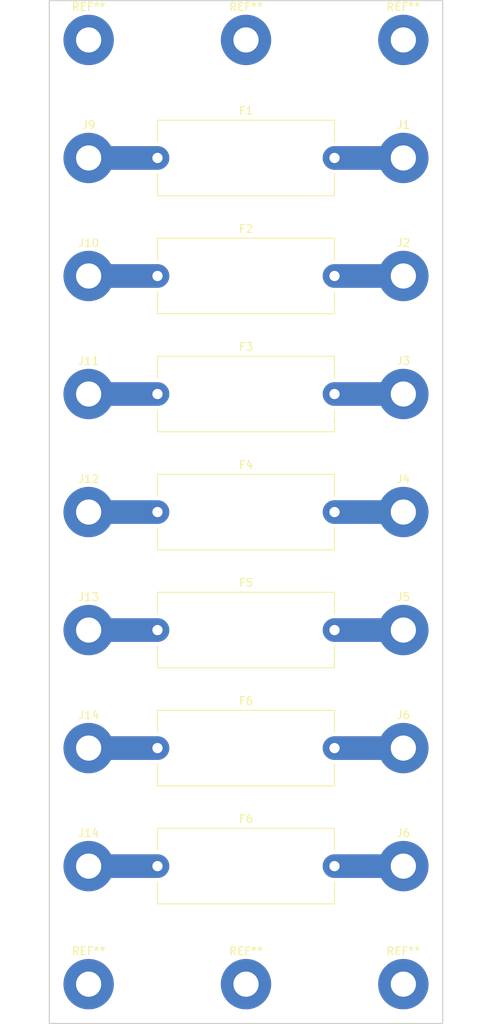
<source format=kicad_pcb>
(kicad_pcb (version 20171130) (host pcbnew 5.0.2+dfsg1-1)

  (general
    (thickness 1.6)
    (drawings 4)
    (tracks 28)
    (zones 0)
    (modules 27)
    (nets 13)
  )

  (page A4)
  (layers
    (0 F.Cu signal)
    (31 B.Cu signal)
    (32 B.Adhes user)
    (33 F.Adhes user)
    (34 B.Paste user)
    (35 F.Paste user)
    (36 B.SilkS user)
    (37 F.SilkS user)
    (38 B.Mask user)
    (39 F.Mask user)
    (40 Dwgs.User user)
    (41 Cmts.User user)
    (42 Eco1.User user)
    (43 Eco2.User user)
    (44 Edge.Cuts user)
    (45 Margin user)
    (46 B.CrtYd user)
    (47 F.CrtYd user)
    (48 B.Fab user)
    (49 F.Fab user)
  )

  (setup
    (last_trace_width 3)
    (trace_clearance 0.2)
    (zone_clearance 0.508)
    (zone_45_only no)
    (trace_min 0.2)
    (segment_width 0.2)
    (edge_width 0.15)
    (via_size 0.8)
    (via_drill 0.4)
    (via_min_size 0.4)
    (via_min_drill 0.3)
    (uvia_size 0.3)
    (uvia_drill 0.1)
    (uvias_allowed no)
    (uvia_min_size 0.2)
    (uvia_min_drill 0.1)
    (pcb_text_width 0.3)
    (pcb_text_size 1.5 1.5)
    (mod_edge_width 0.15)
    (mod_text_size 1 1)
    (mod_text_width 0.15)
    (pad_size 1.524 1.524)
    (pad_drill 0.762)
    (pad_to_mask_clearance 0.051)
    (solder_mask_min_width 0.25)
    (aux_axis_origin 0 0)
    (visible_elements FFFFFF7F)
    (pcbplotparams
      (layerselection 0x010fc_ffffffff)
      (usegerberextensions false)
      (usegerberattributes false)
      (usegerberadvancedattributes false)
      (creategerberjobfile false)
      (excludeedgelayer true)
      (linewidth 0.100000)
      (plotframeref false)
      (viasonmask false)
      (mode 1)
      (useauxorigin false)
      (hpglpennumber 1)
      (hpglpenspeed 20)
      (hpglpendiameter 15.000000)
      (psnegative false)
      (psa4output false)
      (plotreference true)
      (plotvalue true)
      (plotinvisibletext false)
      (padsonsilk false)
      (subtractmaskfromsilk false)
      (outputformat 1)
      (mirror false)
      (drillshape 1)
      (scaleselection 1)
      (outputdirectory ""))
  )

  (net 0 "")
  (net 1 "Net-(F1-Pad2)")
  (net 2 "Net-(F1-Pad1)")
  (net 3 "Net-(F2-Pad1)")
  (net 4 "Net-(F2-Pad2)")
  (net 5 "Net-(F3-Pad1)")
  (net 6 "Net-(F3-Pad2)")
  (net 7 "Net-(F4-Pad2)")
  (net 8 "Net-(F4-Pad1)")
  (net 9 "Net-(F5-Pad2)")
  (net 10 "Net-(F5-Pad1)")
  (net 11 "Net-(F6-Pad2)")
  (net 12 "Net-(F6-Pad1)")

  (net_class Default "Это класс цепей по умолчанию."
    (clearance 0.2)
    (trace_width 3)
    (via_dia 0.8)
    (via_drill 0.4)
    (uvia_dia 0.3)
    (uvia_drill 0.1)
    (add_net "Net-(F1-Pad1)")
    (add_net "Net-(F1-Pad2)")
    (add_net "Net-(F2-Pad1)")
    (add_net "Net-(F2-Pad2)")
    (add_net "Net-(F3-Pad1)")
    (add_net "Net-(F3-Pad2)")
    (add_net "Net-(F4-Pad1)")
    (add_net "Net-(F4-Pad2)")
    (add_net "Net-(F5-Pad1)")
    (add_net "Net-(F5-Pad2)")
    (add_net "Net-(F6-Pad1)")
    (add_net "Net-(F6-Pad2)")
  )

  (module MountingHole:MountingHole_3.2mm_M3_Pad (layer F.Cu) (tedit 56D1B4CB) (tstamp 5DF3ADB3)
    (at 40 125)
    (descr "Mounting Hole 3.2mm, M3")
    (tags "mounting hole 3.2mm m3")
    (path /5DDB20FA)
    (attr virtual)
    (fp_text reference J14 (at 0 -4.2) (layer F.SilkS)
      (effects (font (size 1 1) (thickness 0.15)))
    )
    (fp_text value Conn_01x01 (at 0 4.2) (layer F.Fab)
      (effects (font (size 1 1) (thickness 0.15)))
    )
    (fp_text user %R (at 0.3 0) (layer F.Fab)
      (effects (font (size 1 1) (thickness 0.15)))
    )
    (fp_circle (center 0 0) (end 3.2 0) (layer Cmts.User) (width 0.15))
    (fp_circle (center 0 0) (end 3.45 0) (layer F.CrtYd) (width 0.05))
    (pad 1 thru_hole circle (at 0 0) (size 6.4 6.4) (drill 3.2) (layers *.Cu *.Mask)
      (net 12 "Net-(F6-Pad1)"))
  )

  (module MountingHole:MountingHole_3.2mm_M3_Pad (layer F.Cu) (tedit 56D1B4CB) (tstamp 5DF3ADAC)
    (at 80 125)
    (descr "Mounting Hole 3.2mm, M3")
    (tags "mounting hole 3.2mm m3")
    (path /5DDB20F4)
    (attr virtual)
    (fp_text reference J6 (at 0 -4.2) (layer F.SilkS)
      (effects (font (size 1 1) (thickness 0.15)))
    )
    (fp_text value Conn_01x01 (at 0 4.2) (layer F.Fab)
      (effects (font (size 1 1) (thickness 0.15)))
    )
    (fp_circle (center 0 0) (end 3.45 0) (layer F.CrtYd) (width 0.05))
    (fp_circle (center 0 0) (end 3.2 0) (layer Cmts.User) (width 0.15))
    (fp_text user %R (at 0.3 0) (layer F.Fab)
      (effects (font (size 1 1) (thickness 0.15)))
    )
    (pad 1 thru_hole circle (at 0 0) (size 6.4 6.4) (drill 3.2) (layers *.Cu *.Mask)
      (net 11 "Net-(F6-Pad2)"))
  )

  (module Fuse:Fuseholder_Cylinder-5x20mm_Schurter_0031_8201_Horizontal_Open (layer F.Cu) (tedit 5A1C8BA4) (tstamp 5DF3AD93)
    (at 48.75 125)
    (descr http://www.schurter.com/var/schurter/storage/ilcatalogue/files/document/datasheet/en/pdf/typ_OGN.pdf)
    (tags "Fuseholder horizontal open 5x20 Schurter 0031.8201")
    (path /5DDB20EE)
    (fp_text reference F6 (at 11.25 -6) (layer F.SilkS)
      (effects (font (size 1 1) (thickness 0.15)))
    )
    (fp_text value Fuse (at 11.25 6) (layer F.Fab)
      (effects (font (size 1 1) (thickness 0.15)))
    )
    (fp_text user %R (at 11.25 4) (layer F.Fab)
      (effects (font (size 1 1) (thickness 0.15)))
    )
    (fp_line (start 0.1 -4.7) (end 0.1 4.7) (layer F.Fab) (width 0.1))
    (fp_line (start 0.1 4.7) (end 22.4 4.7) (layer F.Fab) (width 0.1))
    (fp_line (start 22.4 4.7) (end 22.4 -4.7) (layer F.Fab) (width 0.1))
    (fp_line (start 22.4 -4.7) (end 0.1 -4.7) (layer F.Fab) (width 0.1))
    (fp_line (start -0.25 5.05) (end -0.25 1.95) (layer F.CrtYd) (width 0.05))
    (fp_line (start 22.5 4.8) (end 22.5 2) (layer F.SilkS) (width 0.12))
    (fp_line (start 22.5 -2) (end 22.5 -4.8) (layer F.SilkS) (width 0.12))
    (fp_line (start 0 -2) (end 0 -4.8) (layer F.SilkS) (width 0.12))
    (fp_line (start 0 -4.8) (end 22.5 -4.8) (layer F.SilkS) (width 0.12))
    (fp_line (start 22.75 5.05) (end -0.25 5.05) (layer F.CrtYd) (width 0.05))
    (fp_line (start -0.25 -5.05) (end 22.75 -5.05) (layer F.CrtYd) (width 0.05))
    (fp_line (start 0 4.8) (end 22.5 4.8) (layer F.SilkS) (width 0.12))
    (fp_line (start -0.25 -1.95) (end -0.25 -5.05) (layer F.CrtYd) (width 0.05))
    (fp_line (start 22.75 -1.95) (end 22.75 -5.05) (layer F.CrtYd) (width 0.05))
    (fp_line (start 22.75 1.95) (end 22.75 5.05) (layer F.CrtYd) (width 0.05))
    (fp_line (start 0 4.8) (end 0 2) (layer F.SilkS) (width 0.12))
    (fp_arc (start 22.5 0) (end 22.75 -1.95) (angle 165.3) (layer F.CrtYd) (width 0.05))
    (fp_arc (start 0 0) (end -0.25 1.95) (angle 165.3) (layer F.CrtYd) (width 0.05))
    (pad 1 thru_hole circle (at 0 0) (size 3 3) (drill 1.3) (layers *.Cu *.Mask)
      (net 12 "Net-(F6-Pad1)"))
    (pad 2 thru_hole circle (at 22.5 0) (size 3 3) (drill 1.3) (layers *.Cu *.Mask)
      (net 11 "Net-(F6-Pad2)"))
    (pad "" np_thru_hole circle (at 11.25 0) (size 2.7 2.7) (drill 2.7) (layers *.Cu *.Mask))
    (model ${KISYS3DMOD}/Fuse.3dshapes/Fuseholder_Cylinder-5x20mm_Schurter_0031_8201_Horizontal_Open.wrl
      (at (xyz 0 0 0))
      (scale (xyz 1 1 1))
      (rotate (xyz 0 0 0))
    )
  )

  (module MountingHole:MountingHole_3.2mm_M3_Pad (layer F.Cu) (tedit 56D1B4CB) (tstamp 5DF3AD61)
    (at 80 140)
    (descr "Mounting Hole 3.2mm, M3")
    (tags "mounting hole 3.2mm m3")
    (attr virtual)
    (fp_text reference REF** (at 0 -4.2) (layer F.SilkS)
      (effects (font (size 1 1) (thickness 0.15)))
    )
    (fp_text value MountingHole_3.2mm_M3_Pad (at 0 4.2) (layer F.Fab)
      (effects (font (size 1 1) (thickness 0.15)))
    )
    (fp_text user %R (at 0.3 0) (layer F.Fab)
      (effects (font (size 1 1) (thickness 0.15)))
    )
    (fp_circle (center 0 0) (end 3.2 0) (layer Cmts.User) (width 0.15))
    (fp_circle (center 0 0) (end 3.45 0) (layer F.CrtYd) (width 0.05))
    (pad 1 thru_hole circle (at 0 0) (size 6.4 6.4) (drill 3.2) (layers *.Cu *.Mask))
  )

  (module MountingHole:MountingHole_3.2mm_M3_Pad (layer F.Cu) (tedit 56D1B4CB) (tstamp 5DF3AD5A)
    (at 40 140)
    (descr "Mounting Hole 3.2mm, M3")
    (tags "mounting hole 3.2mm m3")
    (attr virtual)
    (fp_text reference REF** (at 0 -4.2) (layer F.SilkS)
      (effects (font (size 1 1) (thickness 0.15)))
    )
    (fp_text value MountingHole_3.2mm_M3_Pad (at 0 4.2) (layer F.Fab)
      (effects (font (size 1 1) (thickness 0.15)))
    )
    (fp_text user %R (at 0.3 0) (layer F.Fab)
      (effects (font (size 1 1) (thickness 0.15)))
    )
    (fp_circle (center 0 0) (end 3.2 0) (layer Cmts.User) (width 0.15))
    (fp_circle (center 0 0) (end 3.45 0) (layer F.CrtYd) (width 0.05))
    (pad 1 thru_hole circle (at 0 0) (size 6.4 6.4) (drill 3.2) (layers *.Cu *.Mask))
  )

  (module MountingHole:MountingHole_3.2mm_M3_Pad (layer F.Cu) (tedit 56D1B4CB) (tstamp 5DF3AD53)
    (at 60 140)
    (descr "Mounting Hole 3.2mm, M3")
    (tags "mounting hole 3.2mm m3")
    (attr virtual)
    (fp_text reference REF** (at 0 -4.2) (layer F.SilkS)
      (effects (font (size 1 1) (thickness 0.15)))
    )
    (fp_text value MountingHole_3.2mm_M3_Pad (at 0 4.2) (layer F.Fab)
      (effects (font (size 1 1) (thickness 0.15)))
    )
    (fp_text user %R (at 0.3 0) (layer F.Fab)
      (effects (font (size 1 1) (thickness 0.15)))
    )
    (fp_circle (center 0 0) (end 3.2 0) (layer Cmts.User) (width 0.15))
    (fp_circle (center 0 0) (end 3.45 0) (layer F.CrtYd) (width 0.05))
    (pad 1 thru_hole circle (at 0 0) (size 6.4 6.4) (drill 3.2) (layers *.Cu *.Mask))
  )

  (module Fuse:Fuseholder_Cylinder-5x20mm_Schurter_0031_8201_Horizontal_Open (layer F.Cu) (tedit 5A1C8BA4) (tstamp 5DE79F6A)
    (at 48.75 35)
    (descr http://www.schurter.com/var/schurter/storage/ilcatalogue/files/document/datasheet/en/pdf/typ_OGN.pdf)
    (tags "Fuseholder horizontal open 5x20 Schurter 0031.8201")
    (path /5DDB0FCB)
    (fp_text reference F1 (at 11.25 -6) (layer F.SilkS)
      (effects (font (size 1 1) (thickness 0.15)))
    )
    (fp_text value Fuse (at 11.25 6) (layer F.Fab)
      (effects (font (size 1 1) (thickness 0.15)))
    )
    (fp_arc (start 0 0) (end -0.25 1.95) (angle 165.3) (layer F.CrtYd) (width 0.05))
    (fp_arc (start 22.5 0) (end 22.75 -1.95) (angle 165.3) (layer F.CrtYd) (width 0.05))
    (fp_line (start 0 4.8) (end 0 2) (layer F.SilkS) (width 0.12))
    (fp_line (start 22.75 1.95) (end 22.75 5.05) (layer F.CrtYd) (width 0.05))
    (fp_line (start 22.75 -1.95) (end 22.75 -5.05) (layer F.CrtYd) (width 0.05))
    (fp_line (start -0.25 -1.95) (end -0.25 -5.05) (layer F.CrtYd) (width 0.05))
    (fp_line (start 0 4.8) (end 22.5 4.8) (layer F.SilkS) (width 0.12))
    (fp_line (start -0.25 -5.05) (end 22.75 -5.05) (layer F.CrtYd) (width 0.05))
    (fp_line (start 22.75 5.05) (end -0.25 5.05) (layer F.CrtYd) (width 0.05))
    (fp_line (start 0 -4.8) (end 22.5 -4.8) (layer F.SilkS) (width 0.12))
    (fp_line (start 0 -2) (end 0 -4.8) (layer F.SilkS) (width 0.12))
    (fp_line (start 22.5 -2) (end 22.5 -4.8) (layer F.SilkS) (width 0.12))
    (fp_line (start 22.5 4.8) (end 22.5 2) (layer F.SilkS) (width 0.12))
    (fp_line (start -0.25 5.05) (end -0.25 1.95) (layer F.CrtYd) (width 0.05))
    (fp_line (start 22.4 -4.7) (end 0.1 -4.7) (layer F.Fab) (width 0.1))
    (fp_line (start 22.4 4.7) (end 22.4 -4.7) (layer F.Fab) (width 0.1))
    (fp_line (start 0.1 4.7) (end 22.4 4.7) (layer F.Fab) (width 0.1))
    (fp_line (start 0.1 -4.7) (end 0.1 4.7) (layer F.Fab) (width 0.1))
    (fp_text user %R (at 11.25 4) (layer F.Fab)
      (effects (font (size 1 1) (thickness 0.15)))
    )
    (pad "" np_thru_hole circle (at 11.25 0) (size 2.7 2.7) (drill 2.7) (layers *.Cu *.Mask))
    (pad 2 thru_hole circle (at 22.5 0) (size 3 3) (drill 1.3) (layers *.Cu *.Mask)
      (net 1 "Net-(F1-Pad2)"))
    (pad 1 thru_hole circle (at 0 0) (size 3 3) (drill 1.3) (layers *.Cu *.Mask)
      (net 2 "Net-(F1-Pad1)"))
    (model ${KISYS3DMOD}/Fuse.3dshapes/Fuseholder_Cylinder-5x20mm_Schurter_0031_8201_Horizontal_Open.wrl
      (at (xyz 0 0 0))
      (scale (xyz 1 1 1))
      (rotate (xyz 0 0 0))
    )
  )

  (module Fuse:Fuseholder_Cylinder-5x20mm_Schurter_0031_8201_Horizontal_Open (layer F.Cu) (tedit 5A1C8BA4) (tstamp 5DE79F84)
    (at 48.75 50)
    (descr http://www.schurter.com/var/schurter/storage/ilcatalogue/files/document/datasheet/en/pdf/typ_OGN.pdf)
    (tags "Fuseholder horizontal open 5x20 Schurter 0031.8201")
    (path /5DDB12CB)
    (fp_text reference F2 (at 11.25 -6) (layer F.SilkS)
      (effects (font (size 1 1) (thickness 0.15)))
    )
    (fp_text value Fuse (at 11.25 6) (layer F.Fab)
      (effects (font (size 1 1) (thickness 0.15)))
    )
    (fp_text user %R (at 11.25 4) (layer F.Fab)
      (effects (font (size 1 1) (thickness 0.15)))
    )
    (fp_line (start 0.1 -4.7) (end 0.1 4.7) (layer F.Fab) (width 0.1))
    (fp_line (start 0.1 4.7) (end 22.4 4.7) (layer F.Fab) (width 0.1))
    (fp_line (start 22.4 4.7) (end 22.4 -4.7) (layer F.Fab) (width 0.1))
    (fp_line (start 22.4 -4.7) (end 0.1 -4.7) (layer F.Fab) (width 0.1))
    (fp_line (start -0.25 5.05) (end -0.25 1.95) (layer F.CrtYd) (width 0.05))
    (fp_line (start 22.5 4.8) (end 22.5 2) (layer F.SilkS) (width 0.12))
    (fp_line (start 22.5 -2) (end 22.5 -4.8) (layer F.SilkS) (width 0.12))
    (fp_line (start 0 -2) (end 0 -4.8) (layer F.SilkS) (width 0.12))
    (fp_line (start 0 -4.8) (end 22.5 -4.8) (layer F.SilkS) (width 0.12))
    (fp_line (start 22.75 5.05) (end -0.25 5.05) (layer F.CrtYd) (width 0.05))
    (fp_line (start -0.25 -5.05) (end 22.75 -5.05) (layer F.CrtYd) (width 0.05))
    (fp_line (start 0 4.8) (end 22.5 4.8) (layer F.SilkS) (width 0.12))
    (fp_line (start -0.25 -1.95) (end -0.25 -5.05) (layer F.CrtYd) (width 0.05))
    (fp_line (start 22.75 -1.95) (end 22.75 -5.05) (layer F.CrtYd) (width 0.05))
    (fp_line (start 22.75 1.95) (end 22.75 5.05) (layer F.CrtYd) (width 0.05))
    (fp_line (start 0 4.8) (end 0 2) (layer F.SilkS) (width 0.12))
    (fp_arc (start 22.5 0) (end 22.75 -1.95) (angle 165.3) (layer F.CrtYd) (width 0.05))
    (fp_arc (start 0 0) (end -0.25 1.95) (angle 165.3) (layer F.CrtYd) (width 0.05))
    (pad 1 thru_hole circle (at 0 0) (size 3 3) (drill 1.3) (layers *.Cu *.Mask)
      (net 3 "Net-(F2-Pad1)"))
    (pad 2 thru_hole circle (at 22.5 0) (size 3 3) (drill 1.3) (layers *.Cu *.Mask)
      (net 4 "Net-(F2-Pad2)"))
    (pad "" np_thru_hole circle (at 11.25 0) (size 2.7 2.7) (drill 2.7) (layers *.Cu *.Mask))
    (model ${KISYS3DMOD}/Fuse.3dshapes/Fuseholder_Cylinder-5x20mm_Schurter_0031_8201_Horizontal_Open.wrl
      (at (xyz 0 0 0))
      (scale (xyz 1 1 1))
      (rotate (xyz 0 0 0))
    )
  )

  (module Fuse:Fuseholder_Cylinder-5x20mm_Schurter_0031_8201_Horizontal_Open (layer F.Cu) (tedit 5A1C8BA4) (tstamp 5DE79F9E)
    (at 48.75 65)
    (descr http://www.schurter.com/var/schurter/storage/ilcatalogue/files/document/datasheet/en/pdf/typ_OGN.pdf)
    (tags "Fuseholder horizontal open 5x20 Schurter 0031.8201")
    (path /5DDB13D8)
    (fp_text reference F3 (at 11.25 -6) (layer F.SilkS)
      (effects (font (size 1 1) (thickness 0.15)))
    )
    (fp_text value Fuse (at 11.25 6) (layer F.Fab)
      (effects (font (size 1 1) (thickness 0.15)))
    )
    (fp_text user %R (at 11.25 4) (layer F.Fab)
      (effects (font (size 1 1) (thickness 0.15)))
    )
    (fp_line (start 0.1 -4.7) (end 0.1 4.7) (layer F.Fab) (width 0.1))
    (fp_line (start 0.1 4.7) (end 22.4 4.7) (layer F.Fab) (width 0.1))
    (fp_line (start 22.4 4.7) (end 22.4 -4.7) (layer F.Fab) (width 0.1))
    (fp_line (start 22.4 -4.7) (end 0.1 -4.7) (layer F.Fab) (width 0.1))
    (fp_line (start -0.25 5.05) (end -0.25 1.95) (layer F.CrtYd) (width 0.05))
    (fp_line (start 22.5 4.8) (end 22.5 2) (layer F.SilkS) (width 0.12))
    (fp_line (start 22.5 -2) (end 22.5 -4.8) (layer F.SilkS) (width 0.12))
    (fp_line (start 0 -2) (end 0 -4.8) (layer F.SilkS) (width 0.12))
    (fp_line (start 0 -4.8) (end 22.5 -4.8) (layer F.SilkS) (width 0.12))
    (fp_line (start 22.75 5.05) (end -0.25 5.05) (layer F.CrtYd) (width 0.05))
    (fp_line (start -0.25 -5.05) (end 22.75 -5.05) (layer F.CrtYd) (width 0.05))
    (fp_line (start 0 4.8) (end 22.5 4.8) (layer F.SilkS) (width 0.12))
    (fp_line (start -0.25 -1.95) (end -0.25 -5.05) (layer F.CrtYd) (width 0.05))
    (fp_line (start 22.75 -1.95) (end 22.75 -5.05) (layer F.CrtYd) (width 0.05))
    (fp_line (start 22.75 1.95) (end 22.75 5.05) (layer F.CrtYd) (width 0.05))
    (fp_line (start 0 4.8) (end 0 2) (layer F.SilkS) (width 0.12))
    (fp_arc (start 22.5 0) (end 22.75 -1.95) (angle 165.3) (layer F.CrtYd) (width 0.05))
    (fp_arc (start 0 0) (end -0.25 1.95) (angle 165.3) (layer F.CrtYd) (width 0.05))
    (pad 1 thru_hole circle (at 0 0) (size 3 3) (drill 1.3) (layers *.Cu *.Mask)
      (net 5 "Net-(F3-Pad1)"))
    (pad 2 thru_hole circle (at 22.5 0) (size 3 3) (drill 1.3) (layers *.Cu *.Mask)
      (net 6 "Net-(F3-Pad2)"))
    (pad "" np_thru_hole circle (at 11.25 0) (size 2.7 2.7) (drill 2.7) (layers *.Cu *.Mask))
    (model ${KISYS3DMOD}/Fuse.3dshapes/Fuseholder_Cylinder-5x20mm_Schurter_0031_8201_Horizontal_Open.wrl
      (at (xyz 0 0 0))
      (scale (xyz 1 1 1))
      (rotate (xyz 0 0 0))
    )
  )

  (module Fuse:Fuseholder_Cylinder-5x20mm_Schurter_0031_8201_Horizontal_Open (layer F.Cu) (tedit 5A1C8BA4) (tstamp 5DE79FB8)
    (at 48.75 80)
    (descr http://www.schurter.com/var/schurter/storage/ilcatalogue/files/document/datasheet/en/pdf/typ_OGN.pdf)
    (tags "Fuseholder horizontal open 5x20 Schurter 0031.8201")
    (path /5DDB13EC)
    (fp_text reference F4 (at 11.25 -6) (layer F.SilkS)
      (effects (font (size 1 1) (thickness 0.15)))
    )
    (fp_text value Fuse (at 11.25 6) (layer F.Fab)
      (effects (font (size 1 1) (thickness 0.15)))
    )
    (fp_arc (start 0 0) (end -0.25 1.95) (angle 165.3) (layer F.CrtYd) (width 0.05))
    (fp_arc (start 22.5 0) (end 22.75 -1.95) (angle 165.3) (layer F.CrtYd) (width 0.05))
    (fp_line (start 0 4.8) (end 0 2) (layer F.SilkS) (width 0.12))
    (fp_line (start 22.75 1.95) (end 22.75 5.05) (layer F.CrtYd) (width 0.05))
    (fp_line (start 22.75 -1.95) (end 22.75 -5.05) (layer F.CrtYd) (width 0.05))
    (fp_line (start -0.25 -1.95) (end -0.25 -5.05) (layer F.CrtYd) (width 0.05))
    (fp_line (start 0 4.8) (end 22.5 4.8) (layer F.SilkS) (width 0.12))
    (fp_line (start -0.25 -5.05) (end 22.75 -5.05) (layer F.CrtYd) (width 0.05))
    (fp_line (start 22.75 5.05) (end -0.25 5.05) (layer F.CrtYd) (width 0.05))
    (fp_line (start 0 -4.8) (end 22.5 -4.8) (layer F.SilkS) (width 0.12))
    (fp_line (start 0 -2) (end 0 -4.8) (layer F.SilkS) (width 0.12))
    (fp_line (start 22.5 -2) (end 22.5 -4.8) (layer F.SilkS) (width 0.12))
    (fp_line (start 22.5 4.8) (end 22.5 2) (layer F.SilkS) (width 0.12))
    (fp_line (start -0.25 5.05) (end -0.25 1.95) (layer F.CrtYd) (width 0.05))
    (fp_line (start 22.4 -4.7) (end 0.1 -4.7) (layer F.Fab) (width 0.1))
    (fp_line (start 22.4 4.7) (end 22.4 -4.7) (layer F.Fab) (width 0.1))
    (fp_line (start 0.1 4.7) (end 22.4 4.7) (layer F.Fab) (width 0.1))
    (fp_line (start 0.1 -4.7) (end 0.1 4.7) (layer F.Fab) (width 0.1))
    (fp_text user %R (at 11.25 4) (layer F.Fab)
      (effects (font (size 1 1) (thickness 0.15)))
    )
    (pad "" np_thru_hole circle (at 11.25 0) (size 2.7 2.7) (drill 2.7) (layers *.Cu *.Mask))
    (pad 2 thru_hole circle (at 22.5 0) (size 3 3) (drill 1.3) (layers *.Cu *.Mask)
      (net 7 "Net-(F4-Pad2)"))
    (pad 1 thru_hole circle (at 0 0) (size 3 3) (drill 1.3) (layers *.Cu *.Mask)
      (net 8 "Net-(F4-Pad1)"))
    (model ${KISYS3DMOD}/Fuse.3dshapes/Fuseholder_Cylinder-5x20mm_Schurter_0031_8201_Horizontal_Open.wrl
      (at (xyz 0 0 0))
      (scale (xyz 1 1 1))
      (rotate (xyz 0 0 0))
    )
  )

  (module Fuse:Fuseholder_Cylinder-5x20mm_Schurter_0031_8201_Horizontal_Open (layer F.Cu) (tedit 5A1C8BA4) (tstamp 5DE79FD2)
    (at 48.75 95)
    (descr http://www.schurter.com/var/schurter/storage/ilcatalogue/files/document/datasheet/en/pdf/typ_OGN.pdf)
    (tags "Fuseholder horizontal open 5x20 Schurter 0031.8201")
    (path /5DDB20DA)
    (fp_text reference F5 (at 11.25 -6) (layer F.SilkS)
      (effects (font (size 1 1) (thickness 0.15)))
    )
    (fp_text value Fuse (at 11.25 6) (layer F.Fab)
      (effects (font (size 1 1) (thickness 0.15)))
    )
    (fp_arc (start 0 0) (end -0.25 1.95) (angle 165.3) (layer F.CrtYd) (width 0.05))
    (fp_arc (start 22.5 0) (end 22.75 -1.95) (angle 165.3) (layer F.CrtYd) (width 0.05))
    (fp_line (start 0 4.8) (end 0 2) (layer F.SilkS) (width 0.12))
    (fp_line (start 22.75 1.95) (end 22.75 5.05) (layer F.CrtYd) (width 0.05))
    (fp_line (start 22.75 -1.95) (end 22.75 -5.05) (layer F.CrtYd) (width 0.05))
    (fp_line (start -0.25 -1.95) (end -0.25 -5.05) (layer F.CrtYd) (width 0.05))
    (fp_line (start 0 4.8) (end 22.5 4.8) (layer F.SilkS) (width 0.12))
    (fp_line (start -0.25 -5.05) (end 22.75 -5.05) (layer F.CrtYd) (width 0.05))
    (fp_line (start 22.75 5.05) (end -0.25 5.05) (layer F.CrtYd) (width 0.05))
    (fp_line (start 0 -4.8) (end 22.5 -4.8) (layer F.SilkS) (width 0.12))
    (fp_line (start 0 -2) (end 0 -4.8) (layer F.SilkS) (width 0.12))
    (fp_line (start 22.5 -2) (end 22.5 -4.8) (layer F.SilkS) (width 0.12))
    (fp_line (start 22.5 4.8) (end 22.5 2) (layer F.SilkS) (width 0.12))
    (fp_line (start -0.25 5.05) (end -0.25 1.95) (layer F.CrtYd) (width 0.05))
    (fp_line (start 22.4 -4.7) (end 0.1 -4.7) (layer F.Fab) (width 0.1))
    (fp_line (start 22.4 4.7) (end 22.4 -4.7) (layer F.Fab) (width 0.1))
    (fp_line (start 0.1 4.7) (end 22.4 4.7) (layer F.Fab) (width 0.1))
    (fp_line (start 0.1 -4.7) (end 0.1 4.7) (layer F.Fab) (width 0.1))
    (fp_text user %R (at 11.25 4) (layer F.Fab)
      (effects (font (size 1 1) (thickness 0.15)))
    )
    (pad "" np_thru_hole circle (at 11.25 0) (size 2.7 2.7) (drill 2.7) (layers *.Cu *.Mask))
    (pad 2 thru_hole circle (at 22.5 0) (size 3 3) (drill 1.3) (layers *.Cu *.Mask)
      (net 9 "Net-(F5-Pad2)"))
    (pad 1 thru_hole circle (at 0 0) (size 3 3) (drill 1.3) (layers *.Cu *.Mask)
      (net 10 "Net-(F5-Pad1)"))
    (model ${KISYS3DMOD}/Fuse.3dshapes/Fuseholder_Cylinder-5x20mm_Schurter_0031_8201_Horizontal_Open.wrl
      (at (xyz 0 0 0))
      (scale (xyz 1 1 1))
      (rotate (xyz 0 0 0))
    )
  )

  (module Fuse:Fuseholder_Cylinder-5x20mm_Schurter_0031_8201_Horizontal_Open (layer F.Cu) (tedit 5A1C8BA4) (tstamp 5DE79FEC)
    (at 48.75 110)
    (descr http://www.schurter.com/var/schurter/storage/ilcatalogue/files/document/datasheet/en/pdf/typ_OGN.pdf)
    (tags "Fuseholder horizontal open 5x20 Schurter 0031.8201")
    (path /5DDB20EE)
    (fp_text reference F6 (at 11.25 -6) (layer F.SilkS)
      (effects (font (size 1 1) (thickness 0.15)))
    )
    (fp_text value Fuse (at 11.25 6) (layer F.Fab)
      (effects (font (size 1 1) (thickness 0.15)))
    )
    (fp_arc (start 0 0) (end -0.25 1.95) (angle 165.3) (layer F.CrtYd) (width 0.05))
    (fp_arc (start 22.5 0) (end 22.75 -1.95) (angle 165.3) (layer F.CrtYd) (width 0.05))
    (fp_line (start 0 4.8) (end 0 2) (layer F.SilkS) (width 0.12))
    (fp_line (start 22.75 1.95) (end 22.75 5.05) (layer F.CrtYd) (width 0.05))
    (fp_line (start 22.75 -1.95) (end 22.75 -5.05) (layer F.CrtYd) (width 0.05))
    (fp_line (start -0.25 -1.95) (end -0.25 -5.05) (layer F.CrtYd) (width 0.05))
    (fp_line (start 0 4.8) (end 22.5 4.8) (layer F.SilkS) (width 0.12))
    (fp_line (start -0.25 -5.05) (end 22.75 -5.05) (layer F.CrtYd) (width 0.05))
    (fp_line (start 22.75 5.05) (end -0.25 5.05) (layer F.CrtYd) (width 0.05))
    (fp_line (start 0 -4.8) (end 22.5 -4.8) (layer F.SilkS) (width 0.12))
    (fp_line (start 0 -2) (end 0 -4.8) (layer F.SilkS) (width 0.12))
    (fp_line (start 22.5 -2) (end 22.5 -4.8) (layer F.SilkS) (width 0.12))
    (fp_line (start 22.5 4.8) (end 22.5 2) (layer F.SilkS) (width 0.12))
    (fp_line (start -0.25 5.05) (end -0.25 1.95) (layer F.CrtYd) (width 0.05))
    (fp_line (start 22.4 -4.7) (end 0.1 -4.7) (layer F.Fab) (width 0.1))
    (fp_line (start 22.4 4.7) (end 22.4 -4.7) (layer F.Fab) (width 0.1))
    (fp_line (start 0.1 4.7) (end 22.4 4.7) (layer F.Fab) (width 0.1))
    (fp_line (start 0.1 -4.7) (end 0.1 4.7) (layer F.Fab) (width 0.1))
    (fp_text user %R (at 11.25 4) (layer F.Fab)
      (effects (font (size 1 1) (thickness 0.15)))
    )
    (pad "" np_thru_hole circle (at 11.25 0) (size 2.7 2.7) (drill 2.7) (layers *.Cu *.Mask))
    (pad 2 thru_hole circle (at 22.5 0) (size 3 3) (drill 1.3) (layers *.Cu *.Mask)
      (net 11 "Net-(F6-Pad2)"))
    (pad 1 thru_hole circle (at 0 0) (size 3 3) (drill 1.3) (layers *.Cu *.Mask)
      (net 12 "Net-(F6-Pad1)"))
    (model ${KISYS3DMOD}/Fuse.3dshapes/Fuseholder_Cylinder-5x20mm_Schurter_0031_8201_Horizontal_Open.wrl
      (at (xyz 0 0 0))
      (scale (xyz 1 1 1))
      (rotate (xyz 0 0 0))
    )
  )

  (module MountingHole:MountingHole_3.2mm_M3_Pad (layer F.Cu) (tedit 56D1B4CB) (tstamp 5DE7ACF0)
    (at 80 35)
    (descr "Mounting Hole 3.2mm, M3")
    (tags "mounting hole 3.2mm m3")
    (path /5DDB112C)
    (attr virtual)
    (fp_text reference J1 (at 0 -4.2) (layer F.SilkS)
      (effects (font (size 1 1) (thickness 0.15)))
    )
    (fp_text value Conn_01x01 (at 0 4.2) (layer F.Fab)
      (effects (font (size 1 1) (thickness 0.15)))
    )
    (fp_text user %R (at 0.3 0) (layer F.Fab)
      (effects (font (size 1 1) (thickness 0.15)))
    )
    (fp_circle (center 0 0) (end 3.2 0) (layer Cmts.User) (width 0.15))
    (fp_circle (center 0 0) (end 3.45 0) (layer F.CrtYd) (width 0.05))
    (pad 1 thru_hole circle (at 0 0) (size 6.4 6.4) (drill 3.2) (layers *.Cu *.Mask)
      (net 1 "Net-(F1-Pad2)"))
  )

  (module MountingHole:MountingHole_3.2mm_M3_Pad (layer F.Cu) (tedit 56D1B4CB) (tstamp 5DE7ACF8)
    (at 80 50)
    (descr "Mounting Hole 3.2mm, M3")
    (tags "mounting hole 3.2mm m3")
    (path /5DDB12D1)
    (attr virtual)
    (fp_text reference J2 (at 0 -4.2) (layer F.SilkS)
      (effects (font (size 1 1) (thickness 0.15)))
    )
    (fp_text value Conn_01x01 (at 0 4.2) (layer F.Fab)
      (effects (font (size 1 1) (thickness 0.15)))
    )
    (fp_text user %R (at 0.3 0) (layer F.Fab)
      (effects (font (size 1 1) (thickness 0.15)))
    )
    (fp_circle (center 0 0) (end 3.2 0) (layer Cmts.User) (width 0.15))
    (fp_circle (center 0 0) (end 3.45 0) (layer F.CrtYd) (width 0.05))
    (pad 1 thru_hole circle (at 0 0) (size 6.4 6.4) (drill 3.2) (layers *.Cu *.Mask)
      (net 4 "Net-(F2-Pad2)"))
  )

  (module MountingHole:MountingHole_3.2mm_M3_Pad (layer F.Cu) (tedit 56D1B4CB) (tstamp 5DE7AD00)
    (at 80 65)
    (descr "Mounting Hole 3.2mm, M3")
    (tags "mounting hole 3.2mm m3")
    (path /5DDB13DE)
    (attr virtual)
    (fp_text reference J3 (at 0 -4.2) (layer F.SilkS)
      (effects (font (size 1 1) (thickness 0.15)))
    )
    (fp_text value Conn_01x01 (at 0 4.2) (layer F.Fab)
      (effects (font (size 1 1) (thickness 0.15)))
    )
    (fp_text user %R (at 0.3 0) (layer F.Fab)
      (effects (font (size 1 1) (thickness 0.15)))
    )
    (fp_circle (center 0 0) (end 3.2 0) (layer Cmts.User) (width 0.15))
    (fp_circle (center 0 0) (end 3.45 0) (layer F.CrtYd) (width 0.05))
    (pad 1 thru_hole circle (at 0 0) (size 6.4 6.4) (drill 3.2) (layers *.Cu *.Mask)
      (net 6 "Net-(F3-Pad2)"))
  )

  (module MountingHole:MountingHole_3.2mm_M3_Pad (layer F.Cu) (tedit 56D1B4CB) (tstamp 5DE7AD08)
    (at 80 80)
    (descr "Mounting Hole 3.2mm, M3")
    (tags "mounting hole 3.2mm m3")
    (path /5DDB13F2)
    (attr virtual)
    (fp_text reference J4 (at 0 -4.2) (layer F.SilkS)
      (effects (font (size 1 1) (thickness 0.15)))
    )
    (fp_text value Conn_01x01 (at 0 4.2) (layer F.Fab)
      (effects (font (size 1 1) (thickness 0.15)))
    )
    (fp_text user %R (at 0.3 0) (layer F.Fab)
      (effects (font (size 1 1) (thickness 0.15)))
    )
    (fp_circle (center 0 0) (end 3.2 0) (layer Cmts.User) (width 0.15))
    (fp_circle (center 0 0) (end 3.45 0) (layer F.CrtYd) (width 0.05))
    (pad 1 thru_hole circle (at 0 0) (size 6.4 6.4) (drill 3.2) (layers *.Cu *.Mask)
      (net 7 "Net-(F4-Pad2)"))
  )

  (module MountingHole:MountingHole_3.2mm_M3_Pad (layer F.Cu) (tedit 56D1B4CB) (tstamp 5DE7AD10)
    (at 80 95)
    (descr "Mounting Hole 3.2mm, M3")
    (tags "mounting hole 3.2mm m3")
    (path /5DDB20E0)
    (attr virtual)
    (fp_text reference J5 (at 0 -4.2) (layer F.SilkS)
      (effects (font (size 1 1) (thickness 0.15)))
    )
    (fp_text value Conn_01x01 (at 0 4.2) (layer F.Fab)
      (effects (font (size 1 1) (thickness 0.15)))
    )
    (fp_text user %R (at 0.3 0) (layer F.Fab)
      (effects (font (size 1 1) (thickness 0.15)))
    )
    (fp_circle (center 0 0) (end 3.2 0) (layer Cmts.User) (width 0.15))
    (fp_circle (center 0 0) (end 3.45 0) (layer F.CrtYd) (width 0.05))
    (pad 1 thru_hole circle (at 0 0) (size 6.4 6.4) (drill 3.2) (layers *.Cu *.Mask)
      (net 9 "Net-(F5-Pad2)"))
  )

  (module MountingHole:MountingHole_3.2mm_M3_Pad (layer F.Cu) (tedit 56D1B4CB) (tstamp 5DE7AD18)
    (at 80 110)
    (descr "Mounting Hole 3.2mm, M3")
    (tags "mounting hole 3.2mm m3")
    (path /5DDB20F4)
    (attr virtual)
    (fp_text reference J6 (at 0 -4.2) (layer F.SilkS)
      (effects (font (size 1 1) (thickness 0.15)))
    )
    (fp_text value Conn_01x01 (at 0 4.2) (layer F.Fab)
      (effects (font (size 1 1) (thickness 0.15)))
    )
    (fp_text user %R (at 0.3 0) (layer F.Fab)
      (effects (font (size 1 1) (thickness 0.15)))
    )
    (fp_circle (center 0 0) (end 3.2 0) (layer Cmts.User) (width 0.15))
    (fp_circle (center 0 0) (end 3.45 0) (layer F.CrtYd) (width 0.05))
    (pad 1 thru_hole circle (at 0 0) (size 6.4 6.4) (drill 3.2) (layers *.Cu *.Mask)
      (net 11 "Net-(F6-Pad2)"))
  )

  (module MountingHole:MountingHole_3.2mm_M3_Pad (layer F.Cu) (tedit 56D1B4CB) (tstamp 5DE7AD20)
    (at 40 35)
    (descr "Mounting Hole 3.2mm, M3")
    (tags "mounting hole 3.2mm m3")
    (path /5DDB11B6)
    (attr virtual)
    (fp_text reference J9 (at 0 -4.2) (layer F.SilkS)
      (effects (font (size 1 1) (thickness 0.15)))
    )
    (fp_text value Conn_01x01 (at 0 4.2) (layer F.Fab)
      (effects (font (size 1 1) (thickness 0.15)))
    )
    (fp_circle (center 0 0) (end 3.45 0) (layer F.CrtYd) (width 0.05))
    (fp_circle (center 0 0) (end 3.2 0) (layer Cmts.User) (width 0.15))
    (fp_text user %R (at 0.3 0) (layer F.Fab)
      (effects (font (size 1 1) (thickness 0.15)))
    )
    (pad 1 thru_hole circle (at 0 0) (size 6.4 6.4) (drill 3.2) (layers *.Cu *.Mask)
      (net 2 "Net-(F1-Pad1)"))
  )

  (module MountingHole:MountingHole_3.2mm_M3_Pad (layer F.Cu) (tedit 56D1B4CB) (tstamp 5DE7AD28)
    (at 40 50)
    (descr "Mounting Hole 3.2mm, M3")
    (tags "mounting hole 3.2mm m3")
    (path /5DDB12D7)
    (attr virtual)
    (fp_text reference J10 (at 0 -4.2) (layer F.SilkS)
      (effects (font (size 1 1) (thickness 0.15)))
    )
    (fp_text value Conn_01x01 (at 0 4.2) (layer F.Fab)
      (effects (font (size 1 1) (thickness 0.15)))
    )
    (fp_circle (center 0 0) (end 3.45 0) (layer F.CrtYd) (width 0.05))
    (fp_circle (center 0 0) (end 3.2 0) (layer Cmts.User) (width 0.15))
    (fp_text user %R (at 0.3 0) (layer F.Fab)
      (effects (font (size 1 1) (thickness 0.15)))
    )
    (pad 1 thru_hole circle (at 0 0) (size 6.4 6.4) (drill 3.2) (layers *.Cu *.Mask)
      (net 3 "Net-(F2-Pad1)"))
  )

  (module MountingHole:MountingHole_3.2mm_M3_Pad (layer F.Cu) (tedit 56D1B4CB) (tstamp 5DE7AD30)
    (at 40 65)
    (descr "Mounting Hole 3.2mm, M3")
    (tags "mounting hole 3.2mm m3")
    (path /5DDB13E4)
    (attr virtual)
    (fp_text reference J11 (at 0 -4.2) (layer F.SilkS)
      (effects (font (size 1 1) (thickness 0.15)))
    )
    (fp_text value Conn_01x01 (at 0 4.2) (layer F.Fab)
      (effects (font (size 1 1) (thickness 0.15)))
    )
    (fp_circle (center 0 0) (end 3.45 0) (layer F.CrtYd) (width 0.05))
    (fp_circle (center 0 0) (end 3.2 0) (layer Cmts.User) (width 0.15))
    (fp_text user %R (at 0.3 0) (layer F.Fab)
      (effects (font (size 1 1) (thickness 0.15)))
    )
    (pad 1 thru_hole circle (at 0 0) (size 6.4 6.4) (drill 3.2) (layers *.Cu *.Mask)
      (net 5 "Net-(F3-Pad1)"))
  )

  (module MountingHole:MountingHole_3.2mm_M3_Pad (layer F.Cu) (tedit 56D1B4CB) (tstamp 5DE7AD38)
    (at 40 80)
    (descr "Mounting Hole 3.2mm, M3")
    (tags "mounting hole 3.2mm m3")
    (path /5DDB13F8)
    (attr virtual)
    (fp_text reference J12 (at 0 -4.2) (layer F.SilkS)
      (effects (font (size 1 1) (thickness 0.15)))
    )
    (fp_text value Conn_01x01 (at 0 4.2) (layer F.Fab)
      (effects (font (size 1 1) (thickness 0.15)))
    )
    (fp_circle (center 0 0) (end 3.45 0) (layer F.CrtYd) (width 0.05))
    (fp_circle (center 0 0) (end 3.2 0) (layer Cmts.User) (width 0.15))
    (fp_text user %R (at 0.3 0) (layer F.Fab)
      (effects (font (size 1 1) (thickness 0.15)))
    )
    (pad 1 thru_hole circle (at 0 0) (size 6.4 6.4) (drill 3.2) (layers *.Cu *.Mask)
      (net 8 "Net-(F4-Pad1)"))
  )

  (module MountingHole:MountingHole_3.2mm_M3_Pad (layer F.Cu) (tedit 56D1B4CB) (tstamp 5DE7AD40)
    (at 40 95)
    (descr "Mounting Hole 3.2mm, M3")
    (tags "mounting hole 3.2mm m3")
    (path /5DDB20E6)
    (attr virtual)
    (fp_text reference J13 (at 0 -4.2) (layer F.SilkS)
      (effects (font (size 1 1) (thickness 0.15)))
    )
    (fp_text value Conn_01x01 (at 0 4.2) (layer F.Fab)
      (effects (font (size 1 1) (thickness 0.15)))
    )
    (fp_circle (center 0 0) (end 3.45 0) (layer F.CrtYd) (width 0.05))
    (fp_circle (center 0 0) (end 3.2 0) (layer Cmts.User) (width 0.15))
    (fp_text user %R (at 0.3 0) (layer F.Fab)
      (effects (font (size 1 1) (thickness 0.15)))
    )
    (pad 1 thru_hole circle (at 0 0) (size 6.4 6.4) (drill 3.2) (layers *.Cu *.Mask)
      (net 10 "Net-(F5-Pad1)"))
  )

  (module MountingHole:MountingHole_3.2mm_M3_Pad (layer F.Cu) (tedit 56D1B4CB) (tstamp 5DE7AD48)
    (at 40 110)
    (descr "Mounting Hole 3.2mm, M3")
    (tags "mounting hole 3.2mm m3")
    (path /5DDB20FA)
    (attr virtual)
    (fp_text reference J14 (at 0 -4.2) (layer F.SilkS)
      (effects (font (size 1 1) (thickness 0.15)))
    )
    (fp_text value Conn_01x01 (at 0 4.2) (layer F.Fab)
      (effects (font (size 1 1) (thickness 0.15)))
    )
    (fp_circle (center 0 0) (end 3.45 0) (layer F.CrtYd) (width 0.05))
    (fp_circle (center 0 0) (end 3.2 0) (layer Cmts.User) (width 0.15))
    (fp_text user %R (at 0.3 0) (layer F.Fab)
      (effects (font (size 1 1) (thickness 0.15)))
    )
    (pad 1 thru_hole circle (at 0 0) (size 6.4 6.4) (drill 3.2) (layers *.Cu *.Mask)
      (net 12 "Net-(F6-Pad1)"))
  )

  (module MountingHole:MountingHole_3.2mm_M3_Pad (layer F.Cu) (tedit 56D1B4CB) (tstamp 5DF3AD34)
    (at 80 20)
    (descr "Mounting Hole 3.2mm, M3")
    (tags "mounting hole 3.2mm m3")
    (attr virtual)
    (fp_text reference REF** (at 0 -4.2) (layer F.SilkS)
      (effects (font (size 1 1) (thickness 0.15)))
    )
    (fp_text value MountingHole_3.2mm_M3_Pad (at 0 4.2) (layer F.Fab)
      (effects (font (size 1 1) (thickness 0.15)))
    )
    (fp_circle (center 0 0) (end 3.45 0) (layer F.CrtYd) (width 0.05))
    (fp_circle (center 0 0) (end 3.2 0) (layer Cmts.User) (width 0.15))
    (fp_text user %R (at 0.3 0) (layer F.Fab)
      (effects (font (size 1 1) (thickness 0.15)))
    )
    (pad 1 thru_hole circle (at 0 0) (size 6.4 6.4) (drill 3.2) (layers *.Cu *.Mask))
  )

  (module MountingHole:MountingHole_3.2mm_M3_Pad (layer F.Cu) (tedit 56D1B4CB) (tstamp 5DF3AD43)
    (at 60 20)
    (descr "Mounting Hole 3.2mm, M3")
    (tags "mounting hole 3.2mm m3")
    (attr virtual)
    (fp_text reference REF** (at 0 -4.2) (layer F.SilkS)
      (effects (font (size 1 1) (thickness 0.15)))
    )
    (fp_text value MountingHole_3.2mm_M3_Pad (at 0 4.2) (layer F.Fab)
      (effects (font (size 1 1) (thickness 0.15)))
    )
    (fp_circle (center 0 0) (end 3.45 0) (layer F.CrtYd) (width 0.05))
    (fp_circle (center 0 0) (end 3.2 0) (layer Cmts.User) (width 0.15))
    (fp_text user %R (at 0.3 0) (layer F.Fab)
      (effects (font (size 1 1) (thickness 0.15)))
    )
    (pad 1 thru_hole circle (at 0 0) (size 6.4 6.4) (drill 3.2) (layers *.Cu *.Mask))
  )

  (module MountingHole:MountingHole_3.2mm_M3_Pad (layer F.Cu) (tedit 56D1B4CB) (tstamp 5DF3AD52)
    (at 40 20)
    (descr "Mounting Hole 3.2mm, M3")
    (tags "mounting hole 3.2mm m3")
    (attr virtual)
    (fp_text reference REF** (at 0 -4.2) (layer F.SilkS)
      (effects (font (size 1 1) (thickness 0.15)))
    )
    (fp_text value MountingHole_3.2mm_M3_Pad (at 0 4.2) (layer F.Fab)
      (effects (font (size 1 1) (thickness 0.15)))
    )
    (fp_circle (center 0 0) (end 3.45 0) (layer F.CrtYd) (width 0.05))
    (fp_circle (center 0 0) (end 3.2 0) (layer Cmts.User) (width 0.15))
    (fp_text user %R (at 0.3 0) (layer F.Fab)
      (effects (font (size 1 1) (thickness 0.15)))
    )
    (pad 1 thru_hole circle (at 0 0) (size 6.4 6.4) (drill 3.2) (layers *.Cu *.Mask))
  )

  (gr_line (start 35 15) (end 85 15) (layer Edge.Cuts) (width 0.15))
  (gr_line (start 35 145) (end 35 15) (layer Edge.Cuts) (width 0.15))
  (gr_line (start 85 145) (end 35 145) (layer Edge.Cuts) (width 0.15))
  (gr_line (start 85 15) (end 85 145) (layer Edge.Cuts) (width 0.15))

  (segment (start 71.25 35) (end 80 35) (width 3) (layer B.Cu) (net 1))
  (segment (start 71.25 35) (end 80 35) (width 3) (layer F.Cu) (net 1))
  (segment (start 48.75 35) (end 40 35) (width 3) (layer B.Cu) (net 2))
  (segment (start 40 35) (end 48.75 35) (width 3) (layer F.Cu) (net 2))
  (segment (start 40 50) (end 48.75 50) (width 3) (layer B.Cu) (net 3))
  (segment (start 48.75 50) (end 40 50) (width 3) (layer F.Cu) (net 3))
  (segment (start 71.25 50) (end 80 50) (width 3) (layer B.Cu) (net 4))
  (segment (start 71.25 50) (end 80 50) (width 3) (layer F.Cu) (net 4))
  (segment (start 48.75 65) (end 40 65) (width 3) (layer B.Cu) (net 5))
  (segment (start 48.75 65) (end 40 65) (width 3) (layer F.Cu) (net 5))
  (segment (start 71.25 65) (end 80 65) (width 3) (layer B.Cu) (net 6))
  (segment (start 71.25 65) (end 80 65) (width 3) (layer F.Cu) (net 6))
  (segment (start 71.25 80) (end 80 80) (width 3) (layer F.Cu) (net 7))
  (segment (start 71.25 80) (end 80 80) (width 3) (layer B.Cu) (net 7))
  (segment (start 48.75 80) (end 40 80) (width 3) (layer F.Cu) (net 8))
  (segment (start 40 80) (end 48.75 80) (width 3) (layer B.Cu) (net 8))
  (segment (start 71.25 95) (end 80 95) (width 3) (layer F.Cu) (net 9))
  (segment (start 71.25 95) (end 80 95) (width 3) (layer B.Cu) (net 9))
  (segment (start 40 95) (end 48.75 95) (width 3) (layer F.Cu) (net 10))
  (segment (start 48.75 95) (end 40 95) (width 3) (layer B.Cu) (net 10))
  (segment (start 71.25 125) (end 80 125) (width 3) (layer F.Cu) (net 11))
  (segment (start 71.25 110) (end 80 110) (width 3) (layer F.Cu) (net 11))
  (segment (start 71.25 110) (end 80 110) (width 3) (layer B.Cu) (net 11))
  (segment (start 71.25 125) (end 80 125) (width 3) (layer B.Cu) (net 11))
  (segment (start 40 125) (end 48.75 125) (width 3) (layer F.Cu) (net 12))
  (segment (start 48.75 110) (end 40 110) (width 3) (layer F.Cu) (net 12))
  (segment (start 48.75 125) (end 40 125) (width 3) (layer B.Cu) (net 12))
  (segment (start 40 110) (end 48.75 110) (width 3) (layer B.Cu) (net 12))

)

</source>
